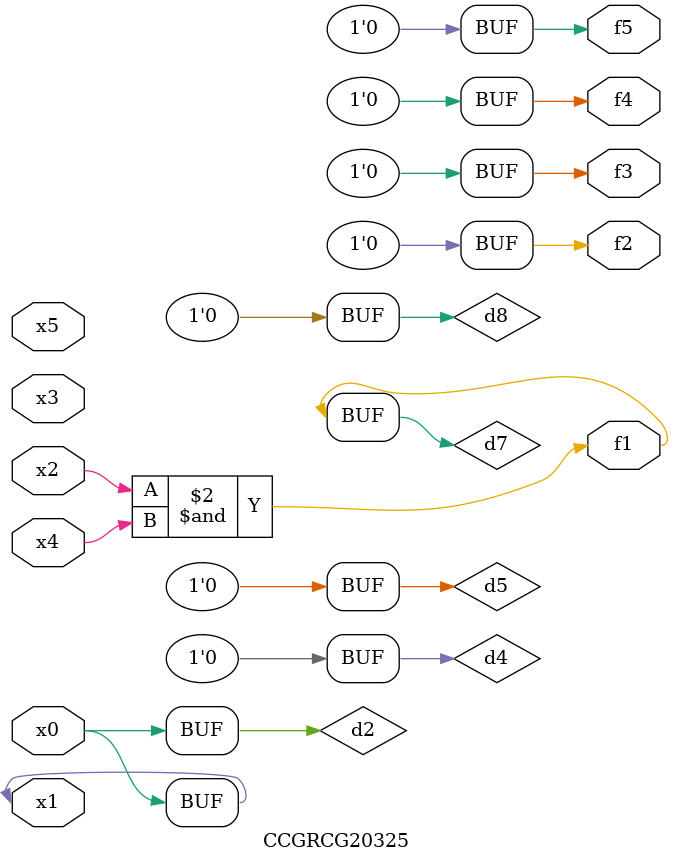
<source format=v>
module CCGRCG20325(
	input x0, x1, x2, x3, x4, x5,
	output f1, f2, f3, f4, f5
);

	wire d1, d2, d3, d4, d5, d6, d7, d8, d9;

	nand (d1, x1);
	buf (d2, x0, x1);
	nand (d3, x2, x4);
	and (d4, d1, d2);
	and (d5, d1, d2);
	nand (d6, d1, d3);
	not (d7, d3);
	xor (d8, d5);
	nor (d9, d5, d6);
	assign f1 = d7;
	assign f2 = d8;
	assign f3 = d8;
	assign f4 = d8;
	assign f5 = d8;
endmodule

</source>
